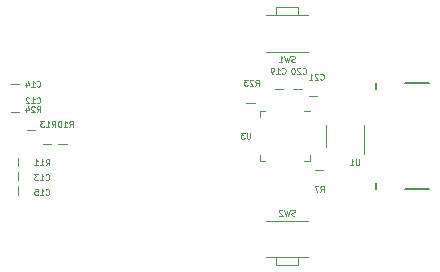
<source format=gbo>
G04 #@! TF.GenerationSoftware,KiCad,Pcbnew,5.1.4+dfsg1-1*
G04 #@! TF.CreationDate,2020-04-13T21:52:35+02:00*
G04 #@! TF.ProjectId,OtterIron_PRO_Top,4f747465-7249-4726-9f6e-5f50524f5f54,rev?*
G04 #@! TF.SameCoordinates,Original*
G04 #@! TF.FileFunction,Legend,Bot*
G04 #@! TF.FilePolarity,Positive*
%FSLAX46Y46*%
G04 Gerber Fmt 4.6, Leading zero omitted, Abs format (unit mm)*
G04 Created by KiCad (PCBNEW 5.1.4+dfsg1-1) date 2020-04-13 21:52:35*
%MOMM*%
%LPD*%
G04 APERTURE LIST*
%ADD10C,0.120000*%
%ADD11C,0.150000*%
%ADD12C,0.100000*%
G04 APERTURE END LIST*
D10*
X66150000Y-110700000D02*
X66850000Y-110700000D01*
X63450000Y-109500000D02*
X64150000Y-109500000D01*
X82050000Y-107200000D02*
X82750000Y-107200000D01*
X64850000Y-110700000D02*
X65550000Y-110700000D01*
X62700000Y-111850000D02*
X62700000Y-112550000D01*
X87850000Y-112900000D02*
X88550000Y-112900000D01*
X88050000Y-106600000D02*
X87350000Y-106600000D01*
X86050000Y-106000000D02*
X86750000Y-106000000D01*
X85150000Y-106000000D02*
X84450000Y-106000000D01*
X62700000Y-114250000D02*
X62700000Y-114950000D01*
X62150000Y-105600000D02*
X62850000Y-105600000D01*
X62700000Y-113050000D02*
X62700000Y-113750000D01*
X62850000Y-108000000D02*
X62150000Y-108000000D01*
X86935000Y-107890000D02*
X87410000Y-107890000D01*
X83190000Y-112110000D02*
X83190000Y-111635000D01*
X83665000Y-112110000D02*
X83190000Y-112110000D01*
X87410000Y-112110000D02*
X87410000Y-111635000D01*
X86935000Y-112110000D02*
X87410000Y-112110000D01*
X83190000Y-107890000D02*
X83190000Y-108365000D01*
X83665000Y-107890000D02*
X83190000Y-107890000D01*
X92010000Y-109100000D02*
X92010000Y-111550000D01*
X88790000Y-110900000D02*
X88790000Y-109100000D01*
X83750000Y-120250000D02*
X87250000Y-120250000D01*
X87250000Y-117150000D02*
X83750000Y-117150000D01*
X86450000Y-120900000D02*
X86450000Y-120250000D01*
X84550000Y-120900000D02*
X86450000Y-120900000D01*
X84550000Y-120250000D02*
X84550000Y-120900000D01*
X87250000Y-99750000D02*
X83750000Y-99750000D01*
X83750000Y-102850000D02*
X87250000Y-102850000D01*
X84550000Y-99100000D02*
X84550000Y-99750000D01*
X86450000Y-99100000D02*
X84550000Y-99100000D01*
X86450000Y-99750000D02*
X86450000Y-99100000D01*
D11*
X93000000Y-114000000D02*
X93000000Y-114500000D01*
X93000000Y-105500000D02*
X93000000Y-106000000D01*
X95500000Y-105500000D02*
X97500000Y-105500000D01*
X97500000Y-114500000D02*
X95500000Y-114500000D01*
D12*
X67071428Y-109226190D02*
X67238095Y-108988095D01*
X67357142Y-109226190D02*
X67357142Y-108726190D01*
X67166666Y-108726190D01*
X67119047Y-108750000D01*
X67095238Y-108773809D01*
X67071428Y-108821428D01*
X67071428Y-108892857D01*
X67095238Y-108940476D01*
X67119047Y-108964285D01*
X67166666Y-108988095D01*
X67357142Y-108988095D01*
X66595238Y-109226190D02*
X66880952Y-109226190D01*
X66738095Y-109226190D02*
X66738095Y-108726190D01*
X66785714Y-108797619D01*
X66833333Y-108845238D01*
X66880952Y-108869047D01*
X66285714Y-108726190D02*
X66238095Y-108726190D01*
X66190476Y-108750000D01*
X66166666Y-108773809D01*
X66142857Y-108821428D01*
X66119047Y-108916666D01*
X66119047Y-109035714D01*
X66142857Y-109130952D01*
X66166666Y-109178571D01*
X66190476Y-109202380D01*
X66238095Y-109226190D01*
X66285714Y-109226190D01*
X66333333Y-109202380D01*
X66357142Y-109178571D01*
X66380952Y-109130952D01*
X66404761Y-109035714D01*
X66404761Y-108916666D01*
X66380952Y-108821428D01*
X66357142Y-108773809D01*
X66333333Y-108750000D01*
X66285714Y-108726190D01*
X64321428Y-107976190D02*
X64488095Y-107738095D01*
X64607142Y-107976190D02*
X64607142Y-107476190D01*
X64416666Y-107476190D01*
X64369047Y-107500000D01*
X64345238Y-107523809D01*
X64321428Y-107571428D01*
X64321428Y-107642857D01*
X64345238Y-107690476D01*
X64369047Y-107714285D01*
X64416666Y-107738095D01*
X64607142Y-107738095D01*
X64130952Y-107523809D02*
X64107142Y-107500000D01*
X64059523Y-107476190D01*
X63940476Y-107476190D01*
X63892857Y-107500000D01*
X63869047Y-107523809D01*
X63845238Y-107571428D01*
X63845238Y-107619047D01*
X63869047Y-107690476D01*
X64154761Y-107976190D01*
X63845238Y-107976190D01*
X63416666Y-107642857D02*
X63416666Y-107976190D01*
X63535714Y-107452380D02*
X63654761Y-107809523D01*
X63345238Y-107809523D01*
X82821428Y-105726190D02*
X82988095Y-105488095D01*
X83107142Y-105726190D02*
X83107142Y-105226190D01*
X82916666Y-105226190D01*
X82869047Y-105250000D01*
X82845238Y-105273809D01*
X82821428Y-105321428D01*
X82821428Y-105392857D01*
X82845238Y-105440476D01*
X82869047Y-105464285D01*
X82916666Y-105488095D01*
X83107142Y-105488095D01*
X82630952Y-105273809D02*
X82607142Y-105250000D01*
X82559523Y-105226190D01*
X82440476Y-105226190D01*
X82392857Y-105250000D01*
X82369047Y-105273809D01*
X82345238Y-105321428D01*
X82345238Y-105369047D01*
X82369047Y-105440476D01*
X82654761Y-105726190D01*
X82345238Y-105726190D01*
X82178571Y-105226190D02*
X81869047Y-105226190D01*
X82035714Y-105416666D01*
X81964285Y-105416666D01*
X81916666Y-105440476D01*
X81892857Y-105464285D01*
X81869047Y-105511904D01*
X81869047Y-105630952D01*
X81892857Y-105678571D01*
X81916666Y-105702380D01*
X81964285Y-105726190D01*
X82107142Y-105726190D01*
X82154761Y-105702380D01*
X82178571Y-105678571D01*
X65571428Y-109226190D02*
X65738095Y-108988095D01*
X65857142Y-109226190D02*
X65857142Y-108726190D01*
X65666666Y-108726190D01*
X65619047Y-108750000D01*
X65595238Y-108773809D01*
X65571428Y-108821428D01*
X65571428Y-108892857D01*
X65595238Y-108940476D01*
X65619047Y-108964285D01*
X65666666Y-108988095D01*
X65857142Y-108988095D01*
X65095238Y-109226190D02*
X65380952Y-109226190D01*
X65238095Y-109226190D02*
X65238095Y-108726190D01*
X65285714Y-108797619D01*
X65333333Y-108845238D01*
X65380952Y-108869047D01*
X64928571Y-108726190D02*
X64619047Y-108726190D01*
X64785714Y-108916666D01*
X64714285Y-108916666D01*
X64666666Y-108940476D01*
X64642857Y-108964285D01*
X64619047Y-109011904D01*
X64619047Y-109130952D01*
X64642857Y-109178571D01*
X64666666Y-109202380D01*
X64714285Y-109226190D01*
X64857142Y-109226190D01*
X64904761Y-109202380D01*
X64928571Y-109178571D01*
X65071428Y-112476190D02*
X65238095Y-112238095D01*
X65357142Y-112476190D02*
X65357142Y-111976190D01*
X65166666Y-111976190D01*
X65119047Y-112000000D01*
X65095238Y-112023809D01*
X65071428Y-112071428D01*
X65071428Y-112142857D01*
X65095238Y-112190476D01*
X65119047Y-112214285D01*
X65166666Y-112238095D01*
X65357142Y-112238095D01*
X64595238Y-112476190D02*
X64880952Y-112476190D01*
X64738095Y-112476190D02*
X64738095Y-111976190D01*
X64785714Y-112047619D01*
X64833333Y-112095238D01*
X64880952Y-112119047D01*
X64119047Y-112476190D02*
X64404761Y-112476190D01*
X64261904Y-112476190D02*
X64261904Y-111976190D01*
X64309523Y-112047619D01*
X64357142Y-112095238D01*
X64404761Y-112119047D01*
X88333333Y-114726190D02*
X88500000Y-114488095D01*
X88619047Y-114726190D02*
X88619047Y-114226190D01*
X88428571Y-114226190D01*
X88380952Y-114250000D01*
X88357142Y-114273809D01*
X88333333Y-114321428D01*
X88333333Y-114392857D01*
X88357142Y-114440476D01*
X88380952Y-114464285D01*
X88428571Y-114488095D01*
X88619047Y-114488095D01*
X88166666Y-114226190D02*
X87833333Y-114226190D01*
X88047619Y-114726190D01*
X88321428Y-105178571D02*
X88345238Y-105202380D01*
X88416666Y-105226190D01*
X88464285Y-105226190D01*
X88535714Y-105202380D01*
X88583333Y-105154761D01*
X88607142Y-105107142D01*
X88630952Y-105011904D01*
X88630952Y-104940476D01*
X88607142Y-104845238D01*
X88583333Y-104797619D01*
X88535714Y-104750000D01*
X88464285Y-104726190D01*
X88416666Y-104726190D01*
X88345238Y-104750000D01*
X88321428Y-104773809D01*
X88130952Y-104773809D02*
X88107142Y-104750000D01*
X88059523Y-104726190D01*
X87940476Y-104726190D01*
X87892857Y-104750000D01*
X87869047Y-104773809D01*
X87845238Y-104821428D01*
X87845238Y-104869047D01*
X87869047Y-104940476D01*
X88154761Y-105226190D01*
X87845238Y-105226190D01*
X87369047Y-105226190D02*
X87654761Y-105226190D01*
X87511904Y-105226190D02*
X87511904Y-104726190D01*
X87559523Y-104797619D01*
X87607142Y-104845238D01*
X87654761Y-104869047D01*
X86821428Y-104678571D02*
X86845238Y-104702380D01*
X86916666Y-104726190D01*
X86964285Y-104726190D01*
X87035714Y-104702380D01*
X87083333Y-104654761D01*
X87107142Y-104607142D01*
X87130952Y-104511904D01*
X87130952Y-104440476D01*
X87107142Y-104345238D01*
X87083333Y-104297619D01*
X87035714Y-104250000D01*
X86964285Y-104226190D01*
X86916666Y-104226190D01*
X86845238Y-104250000D01*
X86821428Y-104273809D01*
X86630952Y-104273809D02*
X86607142Y-104250000D01*
X86559523Y-104226190D01*
X86440476Y-104226190D01*
X86392857Y-104250000D01*
X86369047Y-104273809D01*
X86345238Y-104321428D01*
X86345238Y-104369047D01*
X86369047Y-104440476D01*
X86654761Y-104726190D01*
X86345238Y-104726190D01*
X86035714Y-104226190D02*
X85988095Y-104226190D01*
X85940476Y-104250000D01*
X85916666Y-104273809D01*
X85892857Y-104321428D01*
X85869047Y-104416666D01*
X85869047Y-104535714D01*
X85892857Y-104630952D01*
X85916666Y-104678571D01*
X85940476Y-104702380D01*
X85988095Y-104726190D01*
X86035714Y-104726190D01*
X86083333Y-104702380D01*
X86107142Y-104678571D01*
X86130952Y-104630952D01*
X86154761Y-104535714D01*
X86154761Y-104416666D01*
X86130952Y-104321428D01*
X86107142Y-104273809D01*
X86083333Y-104250000D01*
X86035714Y-104226190D01*
X85071428Y-104678571D02*
X85095238Y-104702380D01*
X85166666Y-104726190D01*
X85214285Y-104726190D01*
X85285714Y-104702380D01*
X85333333Y-104654761D01*
X85357142Y-104607142D01*
X85380952Y-104511904D01*
X85380952Y-104440476D01*
X85357142Y-104345238D01*
X85333333Y-104297619D01*
X85285714Y-104250000D01*
X85214285Y-104226190D01*
X85166666Y-104226190D01*
X85095238Y-104250000D01*
X85071428Y-104273809D01*
X84595238Y-104726190D02*
X84880952Y-104726190D01*
X84738095Y-104726190D02*
X84738095Y-104226190D01*
X84785714Y-104297619D01*
X84833333Y-104345238D01*
X84880952Y-104369047D01*
X84357142Y-104726190D02*
X84261904Y-104726190D01*
X84214285Y-104702380D01*
X84190476Y-104678571D01*
X84142857Y-104607142D01*
X84119047Y-104511904D01*
X84119047Y-104321428D01*
X84142857Y-104273809D01*
X84166666Y-104250000D01*
X84214285Y-104226190D01*
X84309523Y-104226190D01*
X84357142Y-104250000D01*
X84380952Y-104273809D01*
X84404761Y-104321428D01*
X84404761Y-104440476D01*
X84380952Y-104488095D01*
X84357142Y-104511904D01*
X84309523Y-104535714D01*
X84214285Y-104535714D01*
X84166666Y-104511904D01*
X84142857Y-104488095D01*
X84119047Y-104440476D01*
X65071428Y-114928571D02*
X65095238Y-114952380D01*
X65166666Y-114976190D01*
X65214285Y-114976190D01*
X65285714Y-114952380D01*
X65333333Y-114904761D01*
X65357142Y-114857142D01*
X65380952Y-114761904D01*
X65380952Y-114690476D01*
X65357142Y-114595238D01*
X65333333Y-114547619D01*
X65285714Y-114500000D01*
X65214285Y-114476190D01*
X65166666Y-114476190D01*
X65095238Y-114500000D01*
X65071428Y-114523809D01*
X64595238Y-114976190D02*
X64880952Y-114976190D01*
X64738095Y-114976190D02*
X64738095Y-114476190D01*
X64785714Y-114547619D01*
X64833333Y-114595238D01*
X64880952Y-114619047D01*
X64142857Y-114476190D02*
X64380952Y-114476190D01*
X64404761Y-114714285D01*
X64380952Y-114690476D01*
X64333333Y-114666666D01*
X64214285Y-114666666D01*
X64166666Y-114690476D01*
X64142857Y-114714285D01*
X64119047Y-114761904D01*
X64119047Y-114880952D01*
X64142857Y-114928571D01*
X64166666Y-114952380D01*
X64214285Y-114976190D01*
X64333333Y-114976190D01*
X64380952Y-114952380D01*
X64404761Y-114928571D01*
X64321428Y-105778571D02*
X64345238Y-105802380D01*
X64416666Y-105826190D01*
X64464285Y-105826190D01*
X64535714Y-105802380D01*
X64583333Y-105754761D01*
X64607142Y-105707142D01*
X64630952Y-105611904D01*
X64630952Y-105540476D01*
X64607142Y-105445238D01*
X64583333Y-105397619D01*
X64535714Y-105350000D01*
X64464285Y-105326190D01*
X64416666Y-105326190D01*
X64345238Y-105350000D01*
X64321428Y-105373809D01*
X63845238Y-105826190D02*
X64130952Y-105826190D01*
X63988095Y-105826190D02*
X63988095Y-105326190D01*
X64035714Y-105397619D01*
X64083333Y-105445238D01*
X64130952Y-105469047D01*
X63416666Y-105492857D02*
X63416666Y-105826190D01*
X63535714Y-105302380D02*
X63654761Y-105659523D01*
X63345238Y-105659523D01*
X65071428Y-113678571D02*
X65095238Y-113702380D01*
X65166666Y-113726190D01*
X65214285Y-113726190D01*
X65285714Y-113702380D01*
X65333333Y-113654761D01*
X65357142Y-113607142D01*
X65380952Y-113511904D01*
X65380952Y-113440476D01*
X65357142Y-113345238D01*
X65333333Y-113297619D01*
X65285714Y-113250000D01*
X65214285Y-113226190D01*
X65166666Y-113226190D01*
X65095238Y-113250000D01*
X65071428Y-113273809D01*
X64595238Y-113726190D02*
X64880952Y-113726190D01*
X64738095Y-113726190D02*
X64738095Y-113226190D01*
X64785714Y-113297619D01*
X64833333Y-113345238D01*
X64880952Y-113369047D01*
X64428571Y-113226190D02*
X64119047Y-113226190D01*
X64285714Y-113416666D01*
X64214285Y-113416666D01*
X64166666Y-113440476D01*
X64142857Y-113464285D01*
X64119047Y-113511904D01*
X64119047Y-113630952D01*
X64142857Y-113678571D01*
X64166666Y-113702380D01*
X64214285Y-113726190D01*
X64357142Y-113726190D01*
X64404761Y-113702380D01*
X64428571Y-113678571D01*
X64321428Y-107178571D02*
X64345238Y-107202380D01*
X64416666Y-107226190D01*
X64464285Y-107226190D01*
X64535714Y-107202380D01*
X64583333Y-107154761D01*
X64607142Y-107107142D01*
X64630952Y-107011904D01*
X64630952Y-106940476D01*
X64607142Y-106845238D01*
X64583333Y-106797619D01*
X64535714Y-106750000D01*
X64464285Y-106726190D01*
X64416666Y-106726190D01*
X64345238Y-106750000D01*
X64321428Y-106773809D01*
X63845238Y-107226190D02*
X64130952Y-107226190D01*
X63988095Y-107226190D02*
X63988095Y-106726190D01*
X64035714Y-106797619D01*
X64083333Y-106845238D01*
X64130952Y-106869047D01*
X63654761Y-106773809D02*
X63630952Y-106750000D01*
X63583333Y-106726190D01*
X63464285Y-106726190D01*
X63416666Y-106750000D01*
X63392857Y-106773809D01*
X63369047Y-106821428D01*
X63369047Y-106869047D01*
X63392857Y-106940476D01*
X63678571Y-107226190D01*
X63369047Y-107226190D01*
X82380952Y-109726190D02*
X82380952Y-110130952D01*
X82357142Y-110178571D01*
X82333333Y-110202380D01*
X82285714Y-110226190D01*
X82190476Y-110226190D01*
X82142857Y-110202380D01*
X82119047Y-110178571D01*
X82095238Y-110130952D01*
X82095238Y-109726190D01*
X81904761Y-109726190D02*
X81595238Y-109726190D01*
X81761904Y-109916666D01*
X81690476Y-109916666D01*
X81642857Y-109940476D01*
X81619047Y-109964285D01*
X81595238Y-110011904D01*
X81595238Y-110130952D01*
X81619047Y-110178571D01*
X81642857Y-110202380D01*
X81690476Y-110226190D01*
X81833333Y-110226190D01*
X81880952Y-110202380D01*
X81904761Y-110178571D01*
X91630952Y-111976190D02*
X91630952Y-112380952D01*
X91607142Y-112428571D01*
X91583333Y-112452380D01*
X91535714Y-112476190D01*
X91440476Y-112476190D01*
X91392857Y-112452380D01*
X91369047Y-112428571D01*
X91345238Y-112380952D01*
X91345238Y-111976190D01*
X90845238Y-112476190D02*
X91130952Y-112476190D01*
X90988095Y-112476190D02*
X90988095Y-111976190D01*
X91035714Y-112047619D01*
X91083333Y-112095238D01*
X91130952Y-112119047D01*
X86166666Y-116702380D02*
X86095238Y-116726190D01*
X85976190Y-116726190D01*
X85928571Y-116702380D01*
X85904761Y-116678571D01*
X85880952Y-116630952D01*
X85880952Y-116583333D01*
X85904761Y-116535714D01*
X85928571Y-116511904D01*
X85976190Y-116488095D01*
X86071428Y-116464285D01*
X86119047Y-116440476D01*
X86142857Y-116416666D01*
X86166666Y-116369047D01*
X86166666Y-116321428D01*
X86142857Y-116273809D01*
X86119047Y-116250000D01*
X86071428Y-116226190D01*
X85952380Y-116226190D01*
X85880952Y-116250000D01*
X85714285Y-116226190D02*
X85595238Y-116726190D01*
X85500000Y-116369047D01*
X85404761Y-116726190D01*
X85285714Y-116226190D01*
X85119047Y-116273809D02*
X85095238Y-116250000D01*
X85047619Y-116226190D01*
X84928571Y-116226190D01*
X84880952Y-116250000D01*
X84857142Y-116273809D01*
X84833333Y-116321428D01*
X84833333Y-116369047D01*
X84857142Y-116440476D01*
X85142857Y-116726190D01*
X84833333Y-116726190D01*
X86166666Y-103702380D02*
X86095238Y-103726190D01*
X85976190Y-103726190D01*
X85928571Y-103702380D01*
X85904761Y-103678571D01*
X85880952Y-103630952D01*
X85880952Y-103583333D01*
X85904761Y-103535714D01*
X85928571Y-103511904D01*
X85976190Y-103488095D01*
X86071428Y-103464285D01*
X86119047Y-103440476D01*
X86142857Y-103416666D01*
X86166666Y-103369047D01*
X86166666Y-103321428D01*
X86142857Y-103273809D01*
X86119047Y-103250000D01*
X86071428Y-103226190D01*
X85952380Y-103226190D01*
X85880952Y-103250000D01*
X85714285Y-103226190D02*
X85595238Y-103726190D01*
X85500000Y-103369047D01*
X85404761Y-103726190D01*
X85285714Y-103226190D01*
X84833333Y-103726190D02*
X85119047Y-103726190D01*
X84976190Y-103726190D02*
X84976190Y-103226190D01*
X85023809Y-103297619D01*
X85071428Y-103345238D01*
X85119047Y-103369047D01*
M02*

</source>
